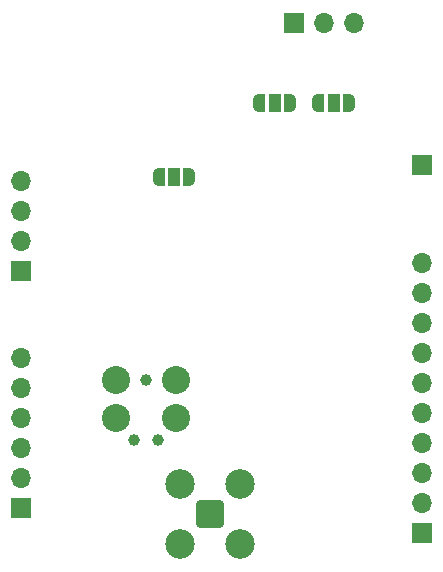
<source format=gbr>
%TF.GenerationSoftware,KiCad,Pcbnew,7.0.9+1*%
%TF.CreationDate,2024-01-05T17:55:25+01:00*%
%TF.ProjectId,sensor,73656e73-6f72-42e6-9b69-6361645f7063,rev?*%
%TF.SameCoordinates,Original*%
%TF.FileFunction,Soldermask,Bot*%
%TF.FilePolarity,Negative*%
%FSLAX46Y46*%
G04 Gerber Fmt 4.6, Leading zero omitted, Abs format (unit mm)*
G04 Created by KiCad (PCBNEW 7.0.9+1) date 2024-01-05 17:55:25*
%MOMM*%
%LPD*%
G01*
G04 APERTURE LIST*
G04 Aperture macros list*
%AMRoundRect*
0 Rectangle with rounded corners*
0 $1 Rounding radius*
0 $2 $3 $4 $5 $6 $7 $8 $9 X,Y pos of 4 corners*
0 Add a 4 corners polygon primitive as box body*
4,1,4,$2,$3,$4,$5,$6,$7,$8,$9,$2,$3,0*
0 Add four circle primitives for the rounded corners*
1,1,$1+$1,$2,$3*
1,1,$1+$1,$4,$5*
1,1,$1+$1,$6,$7*
1,1,$1+$1,$8,$9*
0 Add four rect primitives between the rounded corners*
20,1,$1+$1,$2,$3,$4,$5,0*
20,1,$1+$1,$4,$5,$6,$7,0*
20,1,$1+$1,$6,$7,$8,$9,0*
20,1,$1+$1,$8,$9,$2,$3,0*%
%AMFreePoly0*
4,1,19,0.550000,-0.750000,0.000000,-0.750000,0.000000,-0.744911,-0.071157,-0.744911,-0.207708,-0.704816,-0.327430,-0.627875,-0.420627,-0.520320,-0.479746,-0.390866,-0.500000,-0.250000,-0.500000,0.250000,-0.479746,0.390866,-0.420627,0.520320,-0.327430,0.627875,-0.207708,0.704816,-0.071157,0.744911,0.000000,0.744911,0.000000,0.750000,0.550000,0.750000,0.550000,-0.750000,0.550000,-0.750000,
$1*%
%AMFreePoly1*
4,1,19,0.000000,0.744911,0.071157,0.744911,0.207708,0.704816,0.327430,0.627875,0.420627,0.520320,0.479746,0.390866,0.500000,0.250000,0.500000,-0.250000,0.479746,-0.390866,0.420627,-0.520320,0.327430,-0.627875,0.207708,-0.704816,0.071157,-0.744911,0.000000,-0.744911,0.000000,-0.750000,-0.550000,-0.750000,-0.550000,0.750000,0.000000,0.750000,0.000000,0.744911,0.000000,0.744911,
$1*%
G04 Aperture macros list end*
%ADD10C,0.990600*%
%ADD11C,2.374900*%
%ADD12RoundRect,0.200100X0.949900X0.949900X-0.949900X0.949900X-0.949900X-0.949900X0.949900X-0.949900X0*%
%ADD13C,2.500000*%
%ADD14R,1.700000X1.700000*%
%ADD15O,1.700000X1.700000*%
%ADD16FreePoly0,0.000000*%
%ADD17R,1.000000X1.500000*%
%ADD18FreePoly1,0.000000*%
%ADD19FreePoly0,180.000000*%
%ADD20FreePoly1,180.000000*%
G04 APERTURE END LIST*
D10*
%TO.C,J601*%
X125599000Y-99310000D03*
D11*
X129155000Y-97405000D03*
X124075000Y-97405000D03*
D10*
X127631000Y-99310000D03*
X126615000Y-94230000D03*
D11*
X129155000Y-94230000D03*
X124075000Y-94230000D03*
%TD*%
D12*
%TO.C,J101*%
X132000000Y-105500000D03*
D13*
X134540000Y-108040000D03*
X134540000Y-102960000D03*
X129460000Y-108040000D03*
X129460000Y-102960000D03*
%TD*%
D14*
%TO.C,J202*%
X116000000Y-105000000D03*
D15*
X116000000Y-102460000D03*
X116000000Y-99920000D03*
X116000000Y-97380000D03*
X116000000Y-94840000D03*
X116000000Y-92300000D03*
%TD*%
D14*
%TO.C,J201*%
X116000000Y-85000000D03*
D15*
X116000000Y-82460000D03*
X116000000Y-79920000D03*
X116000000Y-77380000D03*
%TD*%
D14*
%TO.C,J503*%
X150000000Y-76000000D03*
%TD*%
%TO.C,Q402*%
X139170000Y-64000000D03*
D15*
X141710000Y-64000000D03*
X144250000Y-64000000D03*
%TD*%
D14*
%TO.C,J602*%
X150000000Y-107160000D03*
D15*
X150000000Y-104620000D03*
X150000000Y-102080000D03*
X150000000Y-99540000D03*
X150000000Y-97000000D03*
X150000000Y-94460000D03*
X150000000Y-91920000D03*
X150000000Y-89380000D03*
X150000000Y-86840000D03*
X150000000Y-84300000D03*
%TD*%
D16*
%TO.C,JP301*%
X127700000Y-77000000D03*
D17*
X129000000Y-77000000D03*
D18*
X130300000Y-77000000D03*
%TD*%
D19*
%TO.C,JP403*%
X138800000Y-70750000D03*
D17*
X137500000Y-70750000D03*
D20*
X136200000Y-70750000D03*
%TD*%
D16*
%TO.C,JP402*%
X141200000Y-70750000D03*
D17*
X142500000Y-70750000D03*
D18*
X143800000Y-70750000D03*
%TD*%
M02*

</source>
